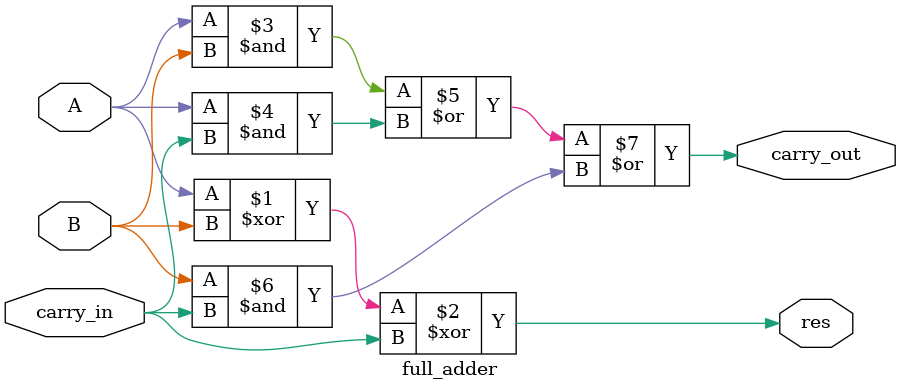
<source format=sv>
`timescale 1ns / 1ps

module full_adder (
    input wire A,
    input wire B,
    input wire carry_in,

    output wire carry_out,
    output wire res
);


  assign res = A ^ B ^ carry_in;
  assign carry_out = (A & B) | (A & carry_in) | (B & carry_in);

endmodule

</source>
